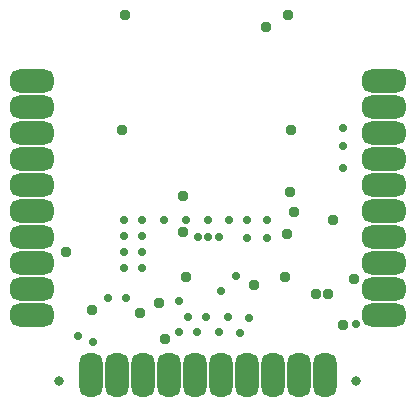
<source format=gbs>
G04*
G04 #@! TF.GenerationSoftware,Altium Limited,Altium Designer,21.8.1 (53)*
G04*
G04 Layer_Color=16711935*
%FSLAX43Y43*%
%MOMM*%
G71*
G04*
G04 #@! TF.SameCoordinates,52961A17-6BC2-4DDE-B822-5F8CA39096D4*
G04*
G04*
G04 #@! TF.FilePolarity,Negative*
G04*
G01*
G75*
G04:AMPARAMS|DCode=51|XSize=1.953mm|YSize=3.703mm|CornerRadius=0.758mm|HoleSize=0mm|Usage=FLASHONLY|Rotation=270.000|XOffset=0mm|YOffset=0mm|HoleType=Round|Shape=RoundedRectangle|*
%AMROUNDEDRECTD51*
21,1,1.953,2.188,0,0,270.0*
21,1,0.438,3.703,0,0,270.0*
1,1,1.516,-1.094,-0.219*
1,1,1.516,-1.094,0.219*
1,1,1.516,1.094,0.219*
1,1,1.516,1.094,-0.219*
%
%ADD51ROUNDEDRECTD51*%
G04:AMPARAMS|DCode=52|XSize=1.953mm|YSize=3.703mm|CornerRadius=0.758mm|HoleSize=0mm|Usage=FLASHONLY|Rotation=180.000|XOffset=0mm|YOffset=0mm|HoleType=Round|Shape=RoundedRectangle|*
%AMROUNDEDRECTD52*
21,1,1.953,2.188,0,0,180.0*
21,1,0.438,3.703,0,0,180.0*
1,1,1.516,-0.219,1.094*
1,1,1.516,0.219,1.094*
1,1,1.516,0.219,-1.094*
1,1,1.516,-0.219,-1.094*
%
%ADD52ROUNDEDRECTD52*%
%ADD53C,0.953*%
%ADD54C,0.703*%
%ADD74C,0.803*%
D51*
X31738Y20193D02*
D03*
Y6985D02*
D03*
Y26797D02*
D03*
Y24596D02*
D03*
Y9186D02*
D03*
Y13589D02*
D03*
Y11388D02*
D03*
Y22394D02*
D03*
Y15790D02*
D03*
Y17992D02*
D03*
X1917Y15790D02*
D03*
Y17992D02*
D03*
Y11388D02*
D03*
Y22394D02*
D03*
Y20193D02*
D03*
Y24596D02*
D03*
Y9186D02*
D03*
Y6985D02*
D03*
Y26797D02*
D03*
Y13589D02*
D03*
D52*
X17884Y1860D02*
D03*
X15682D02*
D03*
X22286D02*
D03*
X11280D02*
D03*
X13481D02*
D03*
X9078D02*
D03*
X24488D02*
D03*
X26689D02*
D03*
X6877D02*
D03*
X20085D02*
D03*
D53*
X24141Y15703D02*
D03*
X4826Y12319D02*
D03*
X9546Y22606D02*
D03*
X9779Y32385D02*
D03*
X23345Y10160D02*
D03*
X23876Y22606D02*
D03*
X23622Y32385D02*
D03*
X28252Y6139D02*
D03*
X13215Y4917D02*
D03*
X26970Y8765D02*
D03*
X12700Y8001D02*
D03*
X14949Y10196D02*
D03*
X23500Y13800D02*
D03*
X25955Y8716D02*
D03*
X20731Y9513D02*
D03*
X29210Y10033D02*
D03*
X23749Y17399D02*
D03*
X11049Y7112D02*
D03*
X27420Y14969D02*
D03*
X21699Y31355D02*
D03*
X14732Y13970D02*
D03*
X6985Y7366D02*
D03*
X14732Y17018D02*
D03*
D54*
X14351Y8128D02*
D03*
X28220Y22762D02*
D03*
Y21238D02*
D03*
Y19397D02*
D03*
X29337Y6223D02*
D03*
X9738Y10922D02*
D03*
X11262D02*
D03*
X9738Y12288D02*
D03*
X11262D02*
D03*
X17739Y13589D02*
D03*
X9738Y13653D02*
D03*
X11262D02*
D03*
X9738Y15045D02*
D03*
X11262D02*
D03*
X15961Y13589D02*
D03*
X16850D02*
D03*
X13104Y15045D02*
D03*
X16787Y15019D02*
D03*
X14945D02*
D03*
X20100Y13462D02*
D03*
X21803D02*
D03*
X20100Y15019D02*
D03*
X21803D02*
D03*
X18628D02*
D03*
X5842Y5207D02*
D03*
X7112Y4699D02*
D03*
X15875Y5488D02*
D03*
X17716D02*
D03*
X19558Y5461D02*
D03*
X18479Y6758D02*
D03*
X16637D02*
D03*
X20320Y6731D02*
D03*
X15113Y6758D02*
D03*
X14351Y5488D02*
D03*
X17907Y9017D02*
D03*
X19177Y10287D02*
D03*
X8367Y8407D02*
D03*
X9891D02*
D03*
D74*
X29337Y1397D02*
D03*
X4191D02*
D03*
M02*

</source>
